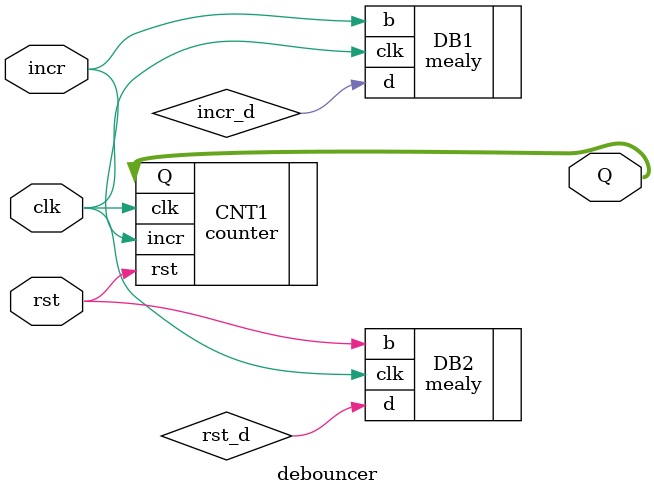
<source format=v>
`timescale 1ns / 1ps


module debouncer(
input incr,
input rst,
input clk,
output  [7:0] Q
    );
    wire incr_d;
    wire rst_d;
    wire mclk;
    mealy DB1(.b(incr), .d(incr_d), .clk(clk));
    mealy DB2 (.b(rst), .d(rst_d), .clk(clk));
    counter CNT1(.clk(clk),.Q(Q), .incr(incr),.rst(rst));
endmodule

</source>
